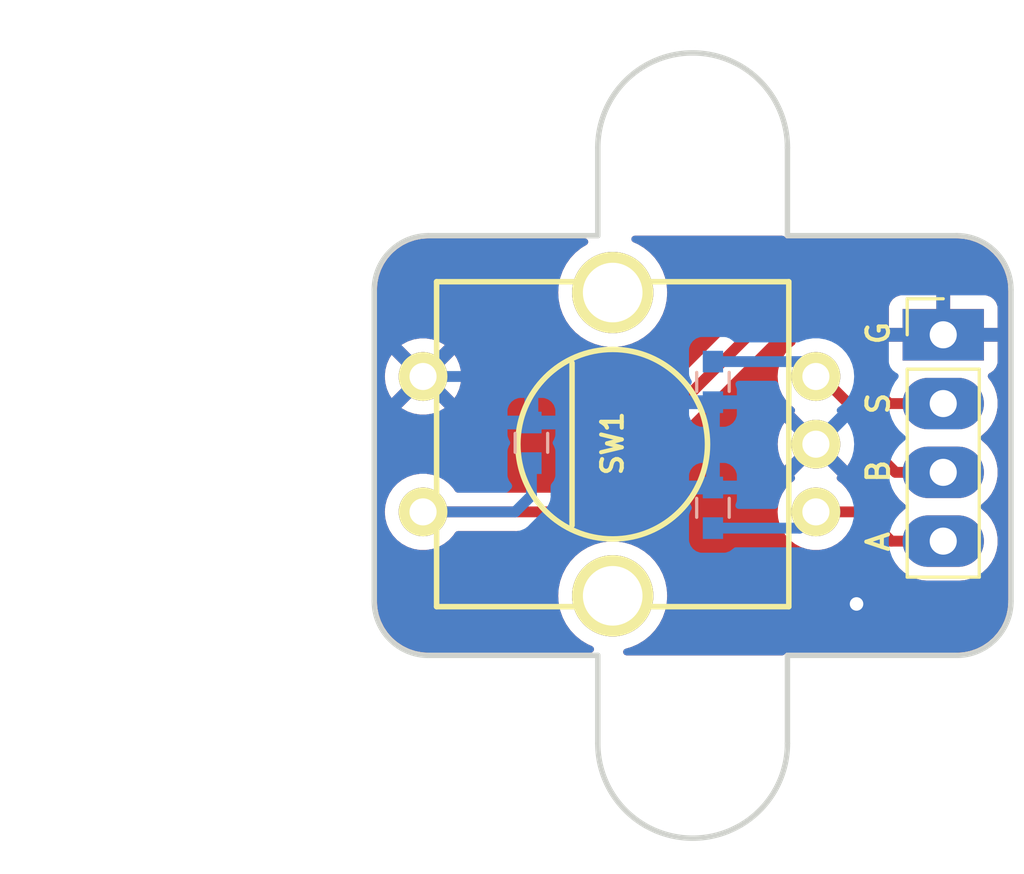
<source format=kicad_pcb>
(kicad_pcb (version 20221018) (generator pcbnew)
  (layers (0 "F.Cu" signal) (31 "B.Cu" signal) (34 "B.Paste" user) (35 "F.Paste" user) (36 "B.SilkS" user "B.Silkscreen") (37 "F.SilkS" user "F.Silkscreen") (38 "B.Mask" user) (39 "F.Mask" user) (44 "Edge.Cuts" user))
  (net 0 "")
  (net 1 "GND")
  (net 2 "Net-(C1-Pad1)")
  (net 3 "Net-(C2-Pad1)")
  (net 4 "Net-(C3-Pad1)")
  (footprint "KiCadCustomLibs:Conn_1x04_2.54mm" (layer "F.Cu") (at 166 79.66)
    (fp_text reference "J1" hide)
    (fp_text value "Conn_01x04" hide)
    (fp_line (start -1.33 -1.33) (end 0 -1.33) (stroke (width 0.12)) (layer "F.SilkS"))
    (fp_line (start -1.33 0) (end -1.33 -1.33) (stroke (width 0.12)) (layer "F.SilkS"))
    (fp_line (start -1.33 1.27) (end -1.33 8.95) (stroke (width 0.12)) (layer "F.SilkS"))
    (fp_line (start -1.33 1.27) (end 1.33 1.27) (stroke (width 0.12)) (layer "F.SilkS"))
    (fp_line (start -1.33 8.95) (end 1.33 8.95) (stroke (width 0.12)) (layer "F.SilkS"))
    (fp_line (start 1.33 1.27) (end 1.33 8.95) (stroke (width 0.12)) (layer "F.SilkS"))
    (pad "1" thru_hole rect (at 0 0) (size 3 1.9) (drill 1) (layers "*.Cu" "*.Mask") (net 1 "GND"))
    (pad "2" thru_hole oval (at 0 2.54) (size 3 1.9) (drill 1) (layers "*.Cu" "*.Mask") (net 2 "Net-(C1-Pad1)"))
    (pad "3" thru_hole oval (at 0 5.08) (size 3 1.9) (drill 1) (layers "*.Cu" "*.Mask") (net 4 "Net-(C3-Pad1)"))
    (pad "4" thru_hole oval (at 0 7.62) (size 3 1.9) (drill 1) (layers "*.Cu" "*.Mask") (net 3 "Net-(C2-Pad1)"))
  )
  (footprint "KiCadCustomLibs:ROTARY-ENCODER" (layer "F.Cu") (at 153.8 83.7 90)
    (fp_text reference "SW1" (at 0.03 -0.01 90) (layer "F.SilkS") (effects (font (size 0.762 0.762) (thickness 0.1524))))
    (fp_text value "Rotary_Encoder_Switch" hide)
    (fp_line (start -6 -6.5) (end 6 -6.5) (stroke (width 0.2032)) (layer "F.SilkS"))
    (fp_line (start -6 6.5) (end -6 -6.5) (stroke (width 0.2032)) (layer "F.SilkS"))
    (fp_line (start 3 -1.5) (end -3 -1.5) (stroke (width 0.2032)) (layer "F.SilkS"))
    (fp_line (start 6 -6.5) (end 6 6.5) (stroke (width 0.2032)) (layer "F.SilkS"))
    (fp_line (start 6 6.5) (end -6 6.5) (stroke (width 0.2032)) (layer "F.SilkS"))
    (fp_circle (center 0 0) (end 3.5 0) (stroke (width 0.2032)) (fill none) (layer "F.SilkS"))
    (pad "" thru_hole circle (at -5.6 0 90) (size 3 3) (drill 2.2) (layers "*.Cu" "*.Mask" "F.SilkS"))
    (pad "" thru_hole circle (at 5.6 0 90) (size 3 3) (drill 2.2) (layers "*.Cu" "*.Mask" "F.SilkS"))
    (pad "1" thru_hole circle (at -2.5 7.5 90) (size 1.8 1.8) (drill 1) (layers "*.Cu" "*.Mask" "F.SilkS") (net 3 "Net-(C2-Pad1)"))
    (pad "2" thru_hole circle (at 0 7.5 90) (size 1.8 1.8) (drill 1) (layers "*.Cu" "*.Mask" "F.SilkS") (net 1 "GND"))
    (pad "3" thru_hole circle (at 2.5 7.5 90) (size 1.8 1.8) (drill 1) (layers "*.Cu" "*.Mask" "F.SilkS") (net 4 "Net-(C3-Pad1)"))
    (pad "4" thru_hole circle (at -2.5 -7 90) (size 1.8 1.8) (drill 1) (layers "*.Cu" "*.Mask" "F.SilkS") (net 2 "Net-(C1-Pad1)"))
    (pad "5" thru_hole circle (at 2.5 -7 90) (size 1.8 1.8) (drill 1) (layers "*.Cu" "*.Mask" "F.SilkS") (net 1 "GND"))
  )
  (footprint "Mounting_Holes:MountingHole_3mm" (layer "F.Cu") (at 156.75 72.75)
    (fp_text reference "REF**" hide)
    (fp_text value "MountingHole_3mm")
    (pad "" np_thru_hole circle (at 0 0) (size 3 3) (drill 3) (layers "*.Cu" "*.Mask"))
  )
  (footprint "Mounting_Holes:MountingHole_3mm" (layer "F.Cu") (at 156.75 94.75)
    (fp_text reference "REF**" hide)
    (fp_text value "MountingHole_3mm")
    (pad "" np_thru_hole circle (at 0 0) (size 3 3) (drill 3) (layers "*.Cu" "*.Mask"))
  )
  (footprint "Capacitors_SMD:C_0603" (layer "B.Cu") (at 150.8 83.65 90)
    (fp_text reference "C1" hide)
    (fp_text value "C_Small")
    (fp_line (start -0.35 0.6) (end 0.35 0.6) (stroke (width 0.12)) (layer "B.SilkS"))
    (fp_line (start 0.35 -0.6) (end -0.35 -0.6) (stroke (width 0.12)) (layer "B.SilkS"))
    (pad "1" smd rect (at -0.75 0 90) (size 0.8 0.75) (layers "B.Cu" "B.Paste" "B.Mask") (net 2 "Net-(C1-Pad1)"))
    (pad "2" smd rect (at 0.75 0 90) (size 0.8 0.75) (layers "B.Cu" "B.Paste" "B.Mask") (net 1 "GND"))
  )
  (footprint "Capacitors_SMD:C_0603" (layer "B.Cu") (at 157.5 86.05 90)
    (fp_text reference "C2" hide)
    (fp_text value "C_Small")
    (fp_line (start -0.35 0.6) (end 0.35 0.6) (stroke (width 0.12)) (layer "B.SilkS"))
    (fp_line (start 0.35 -0.6) (end -0.35 -0.6) (stroke (width 0.12)) (layer "B.SilkS"))
    (pad "1" smd rect (at -0.75 0 90) (size 0.8 0.75) (layers "B.Cu" "B.Paste" "B.Mask") (net 3 "Net-(C2-Pad1)"))
    (pad "2" smd rect (at 0.75 0 90) (size 0.8 0.75) (layers "B.Cu" "B.Paste" "B.Mask") (net 1 "GND"))
  )
  (footprint "Capacitors_SMD:C_0603" (layer "B.Cu") (at 157.5 81.4 -90)
    (fp_text reference "C3" hide)
    (fp_text value "C_Small")
    (fp_line (start -0.35 0.6) (end 0.35 0.6) (stroke (width 0.12)) (layer "B.SilkS"))
    (fp_line (start 0.35 -0.6) (end -0.35 -0.6) (stroke (width 0.12)) (layer "B.SilkS"))
    (pad "1" smd rect (at -0.75 0 270) (size 0.8 0.75) (layers "B.Cu" "B.Paste" "B.Mask") (net 4 "Net-(C3-Pad1)"))
    (pad "2" smd rect (at 0.75 0 270) (size 0.8 0.75) (layers "B.Cu" "B.Paste" "B.Mask") (net 1 "GND"))
  )
  (gr_line (start 168.5 78) (end 168.5 89.5) (stroke (width 0.2)) (layer "Edge.Cuts"))
  (gr_arc (start 168.5 89.5) (mid 167.914214 90.914214) (end 166.5 91.5) (stroke (width 0.2)) (layer "Edge.Cuts"))
  (gr_line (start 160.25 94.75) (end 160.25 91.5) (stroke (width 0.2)) (layer "Edge.Cuts"))
  (gr_line (start 153.25 72.75) (end 153.25 76) (stroke (width 0.2)) (layer "Edge.Cuts"))
  (gr_arc (start 166.5 76) (mid 167.914214 76.585786) (end 168.5 78) (stroke (width 0.2)) (layer "Edge.Cuts"))
  (gr_line (start 153.25 94.75) (end 153.25 91.5) (stroke (width 0.2)) (layer "Edge.Cuts"))
  (gr_arc (start 153.25 72.75) (mid 156.75 69.25) (end 160.25 72.75) (stroke (width 0.2)) (layer "Edge.Cuts"))
  (gr_line (start 147 91.5) (end 153.25 91.5) (stroke (width 0.2)) (layer "Edge.Cuts"))
  (gr_arc (start 160.25 94.75) (mid 156.75 98.25) (end 153.25 94.75) (stroke (width 0.2)) (layer "Edge.Cuts"))
  (gr_arc (start 145 78) (mid 145.585786 76.585786) (end 147 76) (stroke (width 0.2)) (layer "Edge.Cuts"))
  (gr_line (start 160.25 91.5) (end 166.5 91.5) (stroke (width 0.2)) (layer "Edge.Cuts"))
  (gr_line (start 160.25 72.75) (end 160.25 76) (stroke (width 0.2)) (layer "Edge.Cuts"))
  (gr_arc (start 147 91.5) (mid 145.585786 90.914214) (end 145 89.5) (stroke (width 0.2)) (layer "Edge.Cuts"))
  (gr_line (start 145 78) (end 145 89.5) (stroke (width 0.2)) (layer "Edge.Cuts"))
  (gr_line (start 160.25 76) (end 166.5 76) (stroke (width 0.2)) (layer "Edge.Cuts"))
  (gr_line (start 147 76) (end 153.25 76) (stroke (width 0.2)) (layer "Edge.Cuts"))
  (gr_text "B" (at 163.6 84.7 90) (layer "F.SilkS") (effects (font (size 0.8 0.8))))
  (gr_text "S" (at 163.6 82.2 90) (layer "F.SilkS") (effects (font (size 0.8 0.8))))
  (gr_text "G" (at 163.6 79.6 90) (layer "F.SilkS") (effects (font (size 0.8 0.8))))
  (gr_text "A" (at 163.6 87.3 90) (layer "F.SilkS") (effects (font (size 0.8 0.8))))
  (via (at 162.8 89.6) (size 1) (drill 0.5) (layers "F.Cu" "B.Cu") (net 1))
  (segment (start 155.6 85.3) (end 155.9 85.6) (width 0.4) (layer "B.Cu") (net 1))
  (segment (start 157.5 84.1) (end 157.5 82.15) (width 0.4) (layer "B.Cu") (net 1))
  (segment (start 150.8 82.9) (end 153.6 82.9) (width 0.4) (layer "B.Cu") (net 1))
  (segment (start 146.8 81.2) (end 150.1 81.2) (width 0.4) (layer "B.Cu") (net 1))
  (segment (start 157.5 85.3) (end 155.6 85.3) (width 0.4) (layer "B.Cu") (net 1))
  (segment (start 157.5 85.3) (end 157.5 84.1) (width 0.4) (layer "B.Cu") (net 1))
  (segment (start 158.75 82.15) (end 157.5 82.15) (width 0.4) (layer "B.Cu") (net 1))
  (segment (start 158 89.6) (end 162.8 89.6) (width 0.4) (layer "B.Cu") (net 1))
  (segment (start 150.8 81.9) (end 150.8 82.9) (width 0.4) (layer "B.Cu") (net 1))
  (segment (start 153.6 82.9) (end 154.35 82.15) (width 0.4) (layer "B.Cu") (net 1))
  (segment (start 155.9 85.6) (end 155.9 87.5) (width 0.4) (layer "B.Cu") (net 1))
  (segment (start 150.1 81.2) (end 150.8 81.9) (width 0.4) (layer "B.Cu") (net 1))
  (segment (start 154.35 82.15) (end 157.5 82.15) (width 0.4) (layer "B.Cu") (net 1))
  (segment (start 155.9 87.5) (end 158 89.6) (width 0.4) (layer "B.Cu") (net 1))
  (segment (start 164 82.2) (end 166 82.2) (width 0.4) (layer "F.Cu") (net 2))
  (segment (start 163.4 80.5) (end 163.4 81.6) (width 0.4) (layer "F.Cu") (net 2))
  (segment (start 146.8 86.2) (end 152.3 86.2) (width 0.4) (layer "F.Cu") (net 2))
  (segment (start 159.4 79.1) (end 162 79.1) (width 0.4) (layer "F.Cu") (net 2))
  (segment (start 162 79.1) (end 163.4 80.5) (width 0.4) (layer "F.Cu") (net 2))
  (segment (start 163.4 81.6) (end 164 82.2) (width 0.4) (layer "F.Cu") (net 2))
  (segment (start 152.3 86.2) (end 159.4 79.1) (width 0.4) (layer "F.Cu") (net 2))
  (segment (start 150.8 85.6) (end 150.8 84.4) (width 0.4) (layer "B.Cu") (net 2))
  (segment (start 150.2 86.2) (end 150.8 85.6) (width 0.4) (layer "B.Cu") (net 2))
  (segment (start 146.8 86.2) (end 150.2 86.2) (width 0.4) (layer "B.Cu") (net 2))
  (segment (start 164.08 87.28) (end 166 87.28) (width 0.4) (layer "F.Cu") (net 3))
  (segment (start 163 86.2) (end 164.08 87.28) (width 0.4) (layer "F.Cu") (net 3))
  (segment (start 161.3 86.2) (end 163 86.2) (width 0.4) (layer "F.Cu") (net 3))
  (segment (start 157.5 86.8) (end 160.7 86.8) (width 0.4) (layer "B.Cu") (net 3))
  (segment (start 160.7 86.8) (end 161.3 86.2) (width 0.4) (layer "B.Cu") (net 3))
  (segment (start 163.3 83.8) (end 164.24 84.74) (width 0.4) (layer "F.Cu") (net 4))
  (segment (start 161.5 81.2) (end 163.3 83) (width 0.4) (layer "F.Cu") (net 4))
  (segment (start 161.3 81.2) (end 161.5 81.2) (width 0.4) (layer "F.Cu") (net 4))
  (segment (start 163.3 83) (end 163.3 83.8) (width 0.4) (layer "F.Cu") (net 4))
  (segment (start 164.24 84.74) (end 166 84.74) (width 0.4) (layer "F.Cu") (net 4))
  (segment (start 160.75 80.65) (end 161.3 81.2) (width 0.4) (layer "B.Cu") (net 4))
  (segment (start 157.5 80.65) (end 160.75 80.65) (width 0.4) (layer "B.Cu") (net 4))
  (zone (net 1) (net_name "GND") (layer "F.Cu") (connect_pads (clearance 0.508)) (min_thickness 0.254) (fill yes (thermal_gap 0.508) (thermal_bridge_width 0.508))
    (polygon (pts (xy 145 76) (xy 169 76) (xy 169 91.5) (xy 145 91.5)))
  )
  (zone (net 1) (net_name "GND") (layer "B.Cu") (connect_pads (clearance 0.508)) (min_thickness 0.254) (fill yes (thermal_gap 0.508) (thermal_bridge_width 0.508))
    (polygon (pts (xy 168.5 76) (xy 144.5 76) (xy 144.5 91.5) (xy 168.5 91.5)))
  )
)
</source>
